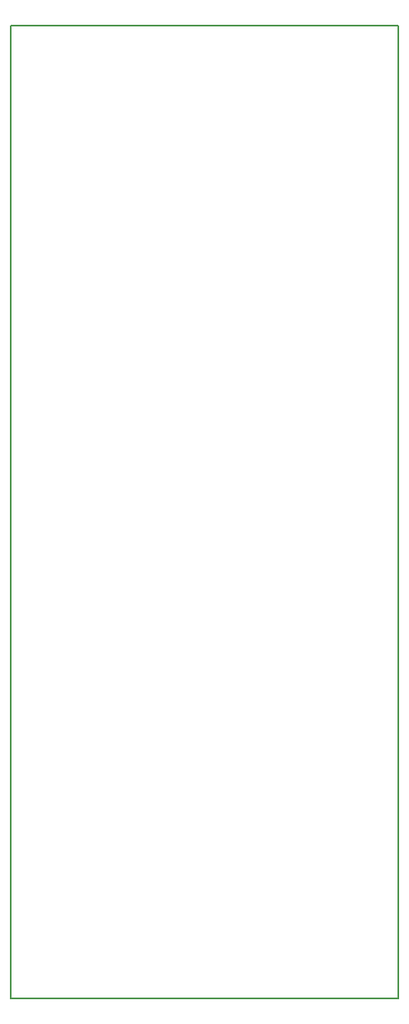
<source format=gbo>
G04 MADE WITH FRITZING*
G04 WWW.FRITZING.ORG*
G04 DOUBLE SIDED*
G04 HOLES PLATED*
G04 CONTOUR ON CENTER OF CONTOUR VECTOR*
%ASAXBY*%
%FSLAX23Y23*%
%MOIN*%
%OFA0B0*%
%SFA1.0B1.0*%
%ADD10R,1.574800X3.937010X1.558800X3.921010*%
%ADD11C,0.008000*%
%LNSILK0*%
G90*
G70*
G54D11*
X4Y3933D02*
X1571Y3933D01*
X1571Y4D01*
X4Y4D01*
X4Y3933D01*
D02*
G04 End of Silk0*
M02*
</source>
